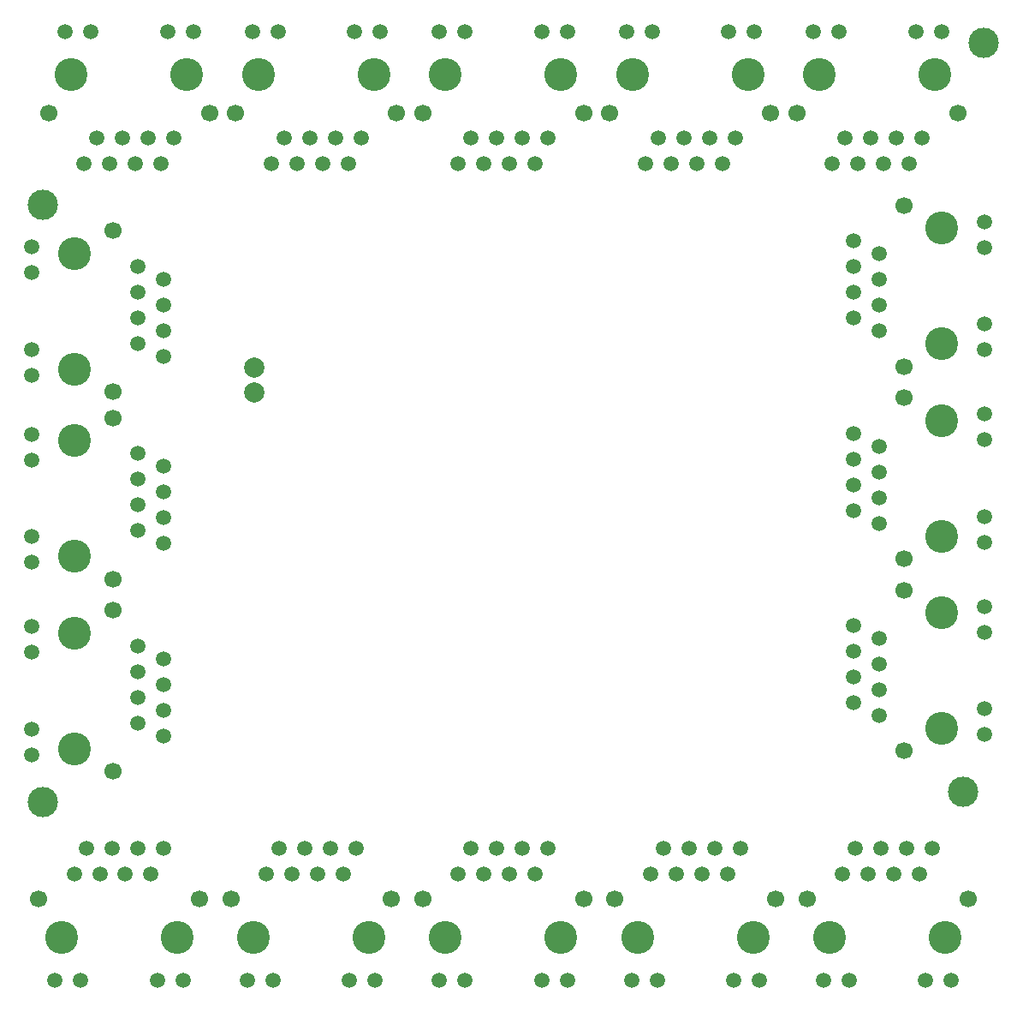
<source format=gbs>
G04 #@! TF.FileFunction,Soldermask,Bot*
%FSLAX46Y46*%
G04 Gerber Fmt 4.6, Leading zero omitted, Abs format (unit mm)*
G04 Created by KiCad (PCBNEW 4.0.2+e4-6225~38~ubuntu14.04.1-stable) date Thu 11 Aug 2016 08:52:07 PM PDT*
%MOMM*%
G01*
G04 APERTURE LIST*
%ADD10C,0.150000*%
%ADD11C,3.000000*%
%ADD12C,1.500000*%
%ADD13C,3.250000*%
%ADD14C,1.700000*%
%ADD15C,2.000000*%
G04 APERTURE END LIST*
D10*
D11*
X90000000Y-134000000D03*
X90000000Y-75000000D03*
X181000000Y-133000000D03*
X183000000Y-59000000D03*
D12*
X183110000Y-108325000D03*
X183110000Y-105785000D03*
X183110000Y-98215000D03*
X183110000Y-95675000D03*
X172650000Y-106440000D03*
X172650000Y-101370000D03*
X172650000Y-103900000D03*
X172650000Y-98830000D03*
X170110000Y-105180000D03*
X170110000Y-100100000D03*
X170110000Y-102640000D03*
D13*
X178867920Y-96285000D03*
X178867920Y-107715000D03*
D14*
X175100000Y-109950000D03*
X175100000Y-94050000D03*
D12*
X170110000Y-97560000D03*
X183110000Y-89325000D03*
X183110000Y-86785000D03*
X183110000Y-79215000D03*
X183110000Y-76675000D03*
X172650000Y-87440000D03*
X172650000Y-82370000D03*
X172650000Y-84900000D03*
X172650000Y-79830000D03*
X170110000Y-86180000D03*
X170110000Y-81100000D03*
X170110000Y-83640000D03*
D13*
X178867920Y-77285000D03*
X178867920Y-88715000D03*
D14*
X175100000Y-90950000D03*
X175100000Y-75050000D03*
D12*
X170110000Y-78560000D03*
X178825000Y-57890000D03*
X176285000Y-57890000D03*
X168715000Y-57890000D03*
X166175000Y-57890000D03*
X176940000Y-68350000D03*
X171870000Y-68350000D03*
X174400000Y-68350000D03*
X169330000Y-68350000D03*
X175680000Y-70890000D03*
X170600000Y-70890000D03*
X173140000Y-70890000D03*
D13*
X166785000Y-62132080D03*
X178215000Y-62132080D03*
D14*
X180450000Y-65900000D03*
X164550000Y-65900000D03*
D12*
X168060000Y-70890000D03*
X160325000Y-57890000D03*
X157785000Y-57890000D03*
X150215000Y-57890000D03*
X147675000Y-57890000D03*
X158440000Y-68350000D03*
X153370000Y-68350000D03*
X155900000Y-68350000D03*
X150830000Y-68350000D03*
X157180000Y-70890000D03*
X152100000Y-70890000D03*
X154640000Y-70890000D03*
D13*
X148285000Y-62132080D03*
X159715000Y-62132080D03*
D14*
X161950000Y-65900000D03*
X146050000Y-65900000D03*
D12*
X149560000Y-70890000D03*
X141825000Y-57890000D03*
X139285000Y-57890000D03*
X131715000Y-57890000D03*
X129175000Y-57890000D03*
X139940000Y-68350000D03*
X134870000Y-68350000D03*
X137400000Y-68350000D03*
X132330000Y-68350000D03*
X138680000Y-70890000D03*
X133600000Y-70890000D03*
X136140000Y-70890000D03*
D13*
X129785000Y-62132080D03*
X141215000Y-62132080D03*
D14*
X143450000Y-65900000D03*
X127550000Y-65900000D03*
D12*
X131060000Y-70890000D03*
X123325000Y-57890000D03*
X120785000Y-57890000D03*
X113215000Y-57890000D03*
X110675000Y-57890000D03*
X121440000Y-68350000D03*
X116370000Y-68350000D03*
X118900000Y-68350000D03*
X113830000Y-68350000D03*
X120180000Y-70890000D03*
X115100000Y-70890000D03*
X117640000Y-70890000D03*
D13*
X111285000Y-62132080D03*
X122715000Y-62132080D03*
D14*
X124950000Y-65900000D03*
X109050000Y-65900000D03*
D12*
X112560000Y-70890000D03*
X104825000Y-57890000D03*
X102285000Y-57890000D03*
X94715000Y-57890000D03*
X92175000Y-57890000D03*
X102940000Y-68350000D03*
X97870000Y-68350000D03*
X100400000Y-68350000D03*
X95330000Y-68350000D03*
X101680000Y-70890000D03*
X96600000Y-70890000D03*
X99140000Y-70890000D03*
D13*
X92785000Y-62132080D03*
X104215000Y-62132080D03*
D14*
X106450000Y-65900000D03*
X90550000Y-65900000D03*
D12*
X94060000Y-70890000D03*
X88890000Y-79175000D03*
X88890000Y-81715000D03*
X88890000Y-89285000D03*
X88890000Y-91825000D03*
X99350000Y-81060000D03*
X99350000Y-86130000D03*
X99350000Y-83600000D03*
X99350000Y-88670000D03*
X101890000Y-82320000D03*
X101890000Y-87400000D03*
X101890000Y-84860000D03*
D13*
X93132080Y-91215000D03*
X93132080Y-79785000D03*
D14*
X96900000Y-77550000D03*
X96900000Y-93450000D03*
D12*
X101890000Y-89940000D03*
X88890000Y-97675000D03*
X88890000Y-100215000D03*
X88890000Y-107785000D03*
X88890000Y-110325000D03*
X99350000Y-99560000D03*
X99350000Y-104630000D03*
X99350000Y-102100000D03*
X99350000Y-107170000D03*
X101890000Y-100820000D03*
X101890000Y-105900000D03*
X101890000Y-103360000D03*
D13*
X93132080Y-109715000D03*
X93132080Y-98285000D03*
D14*
X96900000Y-96050000D03*
X96900000Y-111950000D03*
D12*
X101890000Y-108440000D03*
X88890000Y-116675000D03*
X88890000Y-119215000D03*
X88890000Y-126785000D03*
X88890000Y-129325000D03*
X99350000Y-118560000D03*
X99350000Y-123630000D03*
X99350000Y-121100000D03*
X99350000Y-126170000D03*
X101890000Y-119820000D03*
X101890000Y-124900000D03*
X101890000Y-122360000D03*
D13*
X93132080Y-128715000D03*
X93132080Y-117285000D03*
D14*
X96900000Y-115050000D03*
X96900000Y-130950000D03*
D12*
X101890000Y-127440000D03*
X91175000Y-151610000D03*
X93715000Y-151610000D03*
X101285000Y-151610000D03*
X103825000Y-151610000D03*
X93060000Y-141150000D03*
X98130000Y-141150000D03*
X95600000Y-141150000D03*
X100670000Y-141150000D03*
X94320000Y-138610000D03*
X99400000Y-138610000D03*
X96860000Y-138610000D03*
D13*
X103215000Y-147367920D03*
X91785000Y-147367920D03*
D14*
X89550000Y-143600000D03*
X105450000Y-143600000D03*
D12*
X101940000Y-138610000D03*
X110175000Y-151610000D03*
X112715000Y-151610000D03*
X120285000Y-151610000D03*
X122825000Y-151610000D03*
X112060000Y-141150000D03*
X117130000Y-141150000D03*
X114600000Y-141150000D03*
X119670000Y-141150000D03*
X113320000Y-138610000D03*
X118400000Y-138610000D03*
X115860000Y-138610000D03*
D13*
X122215000Y-147367920D03*
X110785000Y-147367920D03*
D14*
X108550000Y-143600000D03*
X124450000Y-143600000D03*
D12*
X120940000Y-138610000D03*
X129175000Y-151610000D03*
X131715000Y-151610000D03*
X139285000Y-151610000D03*
X141825000Y-151610000D03*
X131060000Y-141150000D03*
X136130000Y-141150000D03*
X133600000Y-141150000D03*
X138670000Y-141150000D03*
X132320000Y-138610000D03*
X137400000Y-138610000D03*
X134860000Y-138610000D03*
D13*
X141215000Y-147367920D03*
X129785000Y-147367920D03*
D14*
X127550000Y-143600000D03*
X143450000Y-143600000D03*
D12*
X139940000Y-138610000D03*
X148175000Y-151610000D03*
X150715000Y-151610000D03*
X158285000Y-151610000D03*
X160825000Y-151610000D03*
X150060000Y-141150000D03*
X155130000Y-141150000D03*
X152600000Y-141150000D03*
X157670000Y-141150000D03*
X151320000Y-138610000D03*
X156400000Y-138610000D03*
X153860000Y-138610000D03*
D13*
X160215000Y-147367920D03*
X148785000Y-147367920D03*
D14*
X146550000Y-143600000D03*
X162450000Y-143600000D03*
D12*
X158940000Y-138610000D03*
X167175000Y-151610000D03*
X169715000Y-151610000D03*
X177285000Y-151610000D03*
X179825000Y-151610000D03*
X169060000Y-141150000D03*
X174130000Y-141150000D03*
X171600000Y-141150000D03*
X176670000Y-141150000D03*
X170320000Y-138610000D03*
X175400000Y-138610000D03*
X172860000Y-138610000D03*
D13*
X179215000Y-147367920D03*
X167785000Y-147367920D03*
D14*
X165550000Y-143600000D03*
X181450000Y-143600000D03*
D12*
X177940000Y-138610000D03*
X183110000Y-127325000D03*
X183110000Y-124785000D03*
X183110000Y-117215000D03*
X183110000Y-114675000D03*
X172650000Y-125440000D03*
X172650000Y-120370000D03*
X172650000Y-122900000D03*
X172650000Y-117830000D03*
X170110000Y-124180000D03*
X170110000Y-119100000D03*
X170110000Y-121640000D03*
D13*
X178867920Y-115285000D03*
X178867920Y-126715000D03*
D14*
X175100000Y-128950000D03*
X175100000Y-113050000D03*
D12*
X170110000Y-116560000D03*
D15*
X110900000Y-93550000D03*
X110900000Y-91050000D03*
M02*

</source>
